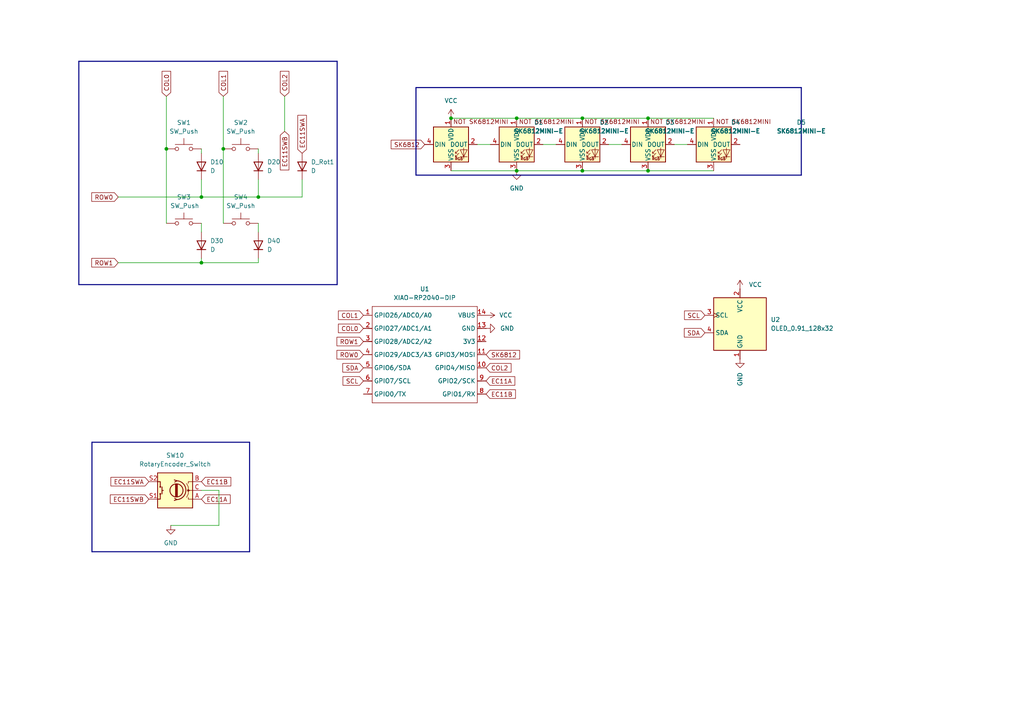
<source format=kicad_sch>
(kicad_sch (version 20250114) (generator "eeschema") (generator_version "9.0")
  (paper "A4")
  (lib_symbols
    (symbol "Device:D" (pin_numbers (hide yes)) (pin_names (offset 1.016) (hide yes))
      (property "Reference" "D" (at 0 2.54 0))
      (property "Value" "D" (at 0 -2.54 0))
      (symbol "D_0_1"
        (polyline (pts (xy -1.27 1.27) (xy -1.27 -1.27)) (stroke (width 0.254)))
        (polyline (pts (xy 1.27 1.27) (xy 1.27 -1.27) (xy -1.27 0) (xy 1.27 1.27)) (stroke (width 0.254)))
        (polyline (pts (xy 1.27 0) (xy -1.27 0)))
      )
      (symbol "D_1_1"
        (pin passive line (at -3.81 0 0) (length 2.54) (name "K") (number "1"))
        (pin passive line (at 3.81 0 180) (length 2.54) (name "A") (number "2"))
      )
    )
    (symbol "Device:RotaryEncoder_Switch" (pin_names (offset 0.254) (hide yes))
      (property "Reference" "SW" (at 0 6.604 0))
      (property "Value" "RotaryEncoder_Switch" (at 0 -6.604 0))
      (symbol "RotaryEncoder_Switch_0_1"
        (rectangle (start -5.08 5.08) (end 5.08 -5.08) (stroke (width 0.254)) (fill (type background)))
        (polyline (pts (xy -5.08 2.54) (xy -3.81 2.54) (xy -3.81 2.032)))
        (polyline (pts (xy -5.08 0) (xy -3.81 0) (xy -3.81 -1.016) (xy -3.302 -2.032)))
        (polyline (pts (xy -5.08 -2.54) (xy -3.81 -2.54) (xy -3.81 -2.032)))
        (polyline (pts (xy -4.318 0) (xy -3.81 0) (xy -3.81 1.016) (xy -3.302 2.032)))
        (circle (center -3.81 0) (radius 0.254) (fill (type outline)))
        (polyline (pts (xy -0.635 -1.778) (xy -0.635 1.778)) (stroke (width 0.254)))
        (circle (center -0.381 0) (radius 1.905) (stroke (width 0.254)))
        (polyline (pts (xy -0.381 -1.778) (xy -0.381 1.778)) (stroke (width 0.254)))
        (arc (start -0.381 -2.794) (mid -3.0988 -0.0635) (end -0.381 2.667) (stroke (width 0.254)))
        (polyline (pts (xy -0.127 1.778) (xy -0.127 -1.778)) (stroke (width 0.254)))
        (polyline (pts (xy 0.254 2.921) (xy -0.508 2.667) (xy 0.127 2.286)) (stroke (width 0.254)))
        (polyline (pts (xy 0.254 -3.048) (xy -0.508 -2.794) (xy 0.127 -2.413)) (stroke (width 0.254)))
        (polyline (pts (xy 3.81 1.016) (xy 3.81 -1.016)) (stroke (width 0.254)))
        (polyline (pts (xy 3.81 0) (xy 3.429 0)) (stroke (width 0.254)))
        (circle (center 4.318 1.016) (radius 0.127) (stroke (width 0.254)))
        (circle (center 4.318 -1.016) (radius 0.127) (stroke (width 0.254)))
        (polyline (pts (xy 5.08 2.54) (xy 4.318 2.54) (xy 4.318 1.016)) (stroke (width 0.254)))
        (polyline (pts (xy 5.08 -2.54) (xy 4.318 -2.54) (xy 4.318 -1.016)) (stroke (width 0.254)))
      )
      (symbol "RotaryEncoder_Switch_1_1"
        (pin passive line (at -7.62 2.54 0) (length 2.54) (name "A") (number "A"))
        (pin passive line (at -7.62 0 0) (length 2.54) (name "C") (number "C"))
        (pin passive line (at -7.62 -2.54 0) (length 2.54) (name "B") (number "B"))
        (pin passive line (at 7.62 2.54 180) (length 2.54) (name "S1") (number "S1"))
        (pin passive line (at 7.62 -2.54 180) (length 2.54) (name "S2") (number "S2"))
      )
    )
    (symbol "Hackclub Symbols:OLED_0.91_128x32"
      (property "Reference" "U" (at 0 0 0))
      (property "Value" "OLED_0.91_128x32" (at 14.224 -10.668 0))
      (symbol "OLED_0.91_128x32_1_1"
        (rectangle (start -7.62 7.62) (end 7.62 -7.62) (stroke (width 0.254)) (fill (type background)))
        (pin input clock (at -10.16 2.54 0) (length 2.54) (name "SCL") (number "3"))
        (pin bidirectional line (at -10.16 -2.54 0) (length 2.54) (name "SDA") (number "4"))
        (pin power_in line (at 0 10.16 270) (length 2.54) (name "VCC") (number "2"))
        (pin power_in line (at 0 -10.16 90) (length 2.54) (name "GND") (number "1"))
      )
    )
    (symbol "Hackclub Symbols:SK6812MINI-E" (pin_names (offset 0.254))
      (property "Reference" "D" (at -3.556 5.842 0))
      (property "Value" "SK6812MINI-E" (at 1.27 -5.715 0))
      (symbol "SK6812MINI-E_0_0"
        (text "RGB" (at 2.286 -4.191 0) (effects (font (size 0.762 0.762))))
      )
      (symbol "SK6812MINI-E_0_1"
        (rectangle (start -5.08 5.08) (end 5.08 -5.08) (stroke (width 0.254)) (fill (type background)))
        (polyline (pts (xy 1.27 -2.54) (xy 1.778 -2.54)))
        (polyline (pts (xy 1.27 -3.556) (xy 1.778 -3.556)))
        (polyline (pts (xy 2.286 -1.524) (xy 1.27 -2.54) (xy 1.27 -2.032)))
        (polyline (pts (xy 2.286 -2.54) (xy 1.27 -3.556) (xy 1.27 -3.048)))
        (polyline (pts (xy 3.683 -1.016) (xy 3.683 -3.556) (xy 3.683 -4.064)))
        (polyline (pts (xy 4.699 -1.524) (xy 2.667 -1.524) (xy 3.683 -3.556) (xy 4.699 -1.524)))
        (polyline (pts (xy 4.699 -3.556) (xy 2.667 -3.556)))
      )
      (symbol "SK6812MINI-E_1_1"
        (text "NOT SK6812MINI" (at 8.636 6.604 0) (effects (font (size 1.27 1.27))))
        (pin input line (at -7.62 0 0) (length 2.54) (name "DIN") (number "4"))
        (pin power_in line (at 0 7.62 270) (length 2.54) (name "VDD") (number "1"))
        (pin power_in line (at 0 -7.62 90) (length 2.54) (name "VSS") (number "3"))
        (pin output line (at 7.62 0 180) (length 2.54) (name "DOUT") (number "2"))
      )
    )
    (symbol "Seeed_Studio_XIAO_Series:XIAO-RP2040-DIP"
      (property "Reference" "U" (at 0 0 0))
      (property "Value" "XIAO-RP2040-DIP" (at 5.334 -1.778 0))
      (symbol "XIAO-RP2040-DIP_1_0"
        (polyline (pts (xy -1.27 -2.54) (xy 29.21 -2.54)) (stroke (width 0.1524)))
        (polyline (pts (xy -1.27 -5.08) (xy -2.54 -5.08)) (stroke (width 0.1524)))
        (polyline (pts (xy -1.27 -5.08) (xy -1.27 -2.54)) (stroke (width 0.1524)))
        (polyline (pts (xy -1.27 -8.89) (xy -2.54 -8.89)) (stroke (width 0.1524)))
        (polyline (pts (xy -1.27 -8.89) (xy -1.27 -5.08)) (stroke (width 0.1524)))
        (polyline (pts (xy -1.27 -12.7) (xy -2.54 -12.7)) (stroke (width 0.1524)))
        (polyline (pts (xy -1.27 -12.7) (xy -1.27 -8.89)) (stroke (width 0.1524)))
        (polyline (pts (xy -1.27 -16.51) (xy -2.54 -16.51)) (stroke (width 0.1524)))
        (polyline (pts (xy -1.27 -16.51) (xy -1.27 -12.7)) (stroke (width 0.1524)))
        (polyline (pts (xy -1.27 -20.32) (xy -2.54 -20.32)) (stroke (width 0.1524)))
        (polyline (pts (xy -1.27 -24.13) (xy -2.54 -24.13)) (stroke (width 0.1524)))
        (polyline (pts (xy -1.27 -27.94) (xy -2.54 -27.94)) (stroke (width 0.1524)))
        (polyline (pts (xy -1.27 -30.48) (xy -1.27 -16.51)) (stroke (width 0.1524)))
        (polyline (pts (xy 29.21 -2.54) (xy 29.21 -5.08)) (stroke (width 0.1524)))
        (polyline (pts (xy 29.21 -5.08) (xy 29.21 -8.89)) (stroke (width 0.1524)))
        (polyline (pts (xy 29.21 -8.89) (xy 29.21 -12.7)) (stroke (width 0.1524)))
        (polyline (pts (xy 29.21 -12.7) (xy 29.21 -30.48)) (stroke (width 0.1524)))
        (polyline (pts (xy 29.21 -30.48) (xy -1.27 -30.48)) (stroke (width 0.1524)))
        (polyline (pts (xy 30.48 -5.08) (xy 29.21 -5.08)) (stroke (width 0.1524)))
        (polyline (pts (xy 30.48 -8.89) (xy 29.21 -8.89)) (stroke (width 0.1524)))
        (polyline (pts (xy 30.48 -12.7) (xy 29.21 -12.7)) (stroke (width 0.1524)))
        (polyline (pts (xy 30.48 -16.51) (xy 29.21 -16.51)) (stroke (width 0.1524)))
        (polyline (pts (xy 30.48 -20.32) (xy 29.21 -20.32)) (stroke (width 0.1524)))
        (polyline (pts (xy 30.48 -24.13) (xy 29.21 -24.13)) (stroke (width 0.1524)))
        (polyline (pts (xy 30.48 -27.94) (xy 29.21 -27.94)) (stroke (width 0.1524)))
        (pin passive line (at -3.81 -5.08 0) (length 2.54) (name "GPIO26/ADC0/A0") (number "1"))
        (pin passive line (at -3.81 -8.89 0) (length 2.54) (name "GPIO27/ADC1/A1") (number "2"))
        (pin passive line (at -3.81 -12.7 0) (length 2.54) (name "GPIO28/ADC2/A2") (number "3"))
        (pin passive line (at -3.81 -16.51 0) (length 2.54) (name "GPIO29/ADC3/A3") (number "4"))
        (pin passive line (at -3.81 -20.32 0) (length 2.54) (name "GPIO6/SDA") (number "5"))
        (pin passive line (at -3.81 -24.13 0) (length 2.54) (name "GPIO7/SCL") (number "6"))
        (pin passive line (at -3.81 -27.94 0) (length 2.54) (name "GPIO0/TX") (number "7"))
        (pin passive line (at 31.75 -5.08 180) (length 2.54) (name "VBUS") (number "14"))
        (pin passive line (at 31.75 -8.89 180) (length 2.54) (name "GND") (number "13"))
        (pin passive line (at 31.75 -12.7 180) (length 2.54) (name "3V3") (number "12"))
        (pin passive line (at 31.75 -16.51 180) (length 2.54) (name "GPIO3/MOSI") (number "11"))
        (pin passive line (at 31.75 -20.32 180) (length 2.54) (name "GPIO4/MISO") (number "10"))
        (pin passive line (at 31.75 -24.13 180) (length 2.54) (name "GPIO2/SCK") (number "9"))
        (pin passive line (at 31.75 -27.94 180) (length 2.54) (name "GPIO1/RX") (number "8"))
      )
    )
    (symbol "Switch:SW_Push" (pin_numbers (hide yes)) (pin_names (offset 1.016) (hide yes))
      (property "Reference" "SW" (at 1.27 2.54 0))
      (property "Value" "SW_Push" (at 0 -1.524 0))
      (symbol "SW_Push_0_1"
        (circle (center -2.032 0) (radius 0.508))
        (polyline (pts (xy 0 1.27) (xy 0 3.048)))
        (circle (center 2.032 0) (radius 0.508))
        (polyline (pts (xy 2.54 1.27) (xy -2.54 1.27)))
        (pin passive line (at -5.08 0 0) (length 2.54) (name "1") (number "1"))
        (pin passive line (at 5.08 0 180) (length 2.54) (name "2") (number "2"))
      )
    )
    (symbol "power:GND" (power) (pin_numbers (hide yes)) (pin_names (offset 0) (hide yes))
      (property "Value" "GND" (at 0 -3.81 0))
      (symbol "GND_0_1"
        (polyline (pts (xy 0 0) (xy 0 -1.27) (xy 1.27 -1.27) (xy 0 -2.54) (xy -1.27 -1.27) (xy 0 -1.27)))
      )
      (symbol "GND_1_1"
        (pin power_in line (at 0 0 270) (length 0) (name "~") (number "1"))
      )
    )
    (symbol "power:VCC" (power) (pin_numbers (hide yes)) (pin_names (offset 0) (hide yes))
      (property "Value" "VCC" (at 0 3.556 0))
      (symbol "VCC_0_1"
        (polyline (pts (xy -0.762 1.27) (xy 0 2.54)))
        (polyline (pts (xy 0 2.54) (xy 0.762 1.27)))
        (polyline (pts (xy 0 0) (xy 0 2.54)))
      )
      (symbol "VCC_1_1"
        (pin power_in line (at 0 0 90) (length 0) (name "~") (number "1"))
      )
    )
  )
  (junction (at 130.81 34.29))
  (junction (at 168.91 34.29))
  (junction (at 149.86 49.53))
  (junction (at 58.42 57.15))
  (junction (at 168.91 49.53))
  (junction (at 187.96 49.53))
  (junction (at 74.93 57.15))
  (junction (at 48.26 43.18))
  (junction (at 149.86 34.29))
  (junction (at 64.77 43.18))
  (junction (at 187.96 34.29))
  (junction (at 58.42 76.2))
  (wire (pts (xy 87.63 52.07) (xy 87.63 57.15)))
  (wire (pts (xy 63.5 142.24) (xy 63.5 152.4)))
  (bus (pts (xy 72.39 128.27) (xy 26.67 128.27)))
  (wire (pts (xy 48.26 43.18) (xy 48.26 64.77)))
  (wire (pts (xy 187.96 34.29) (xy 207.01 34.29)))
  (wire (pts (xy 58.42 52.07) (xy 58.42 57.15)))
  (bus (pts (xy 120.65 50.8) (xy 232.41 50.8)))
  (bus (pts (xy 26.67 128.27) (xy 26.67 160.02)))
  (wire (pts (xy 58.42 44.45) (xy 58.42 43.18)))
  (wire (pts (xy 168.91 34.29) (xy 187.96 34.29)))
  (wire (pts (xy 74.93 76.2) (xy 74.93 74.93)))
  (wire (pts (xy 149.86 49.53) (xy 168.91 49.53)))
  (wire (pts (xy 34.29 76.2) (xy 58.42 76.2)))
  (wire (pts (xy 64.77 43.18) (xy 64.77 64.77)))
  (wire (pts (xy 130.81 34.29) (xy 149.86 34.29)))
  (wire (pts (xy 58.42 67.31) (xy 58.42 64.77)))
  (wire (pts (xy 74.93 43.18) (xy 74.93 44.45)))
  (wire (pts (xy 48.26 27.94) (xy 48.26 43.18)))
  (wire (pts (xy 138.43 41.91) (xy 142.24 41.91)))
  (wire (pts (xy 157.48 41.91) (xy 161.29 41.91)))
  (bus (pts (xy 22.86 17.78) (xy 22.86 82.55)))
  (wire (pts (xy 63.5 142.24) (xy 58.42 142.24)))
  (wire (pts (xy 74.93 64.77) (xy 74.93 67.31)))
  (wire (pts (xy 176.53 41.91) (xy 180.34 41.91)))
  (bus (pts (xy 22.86 17.78) (xy 97.79 17.78)))
  (bus (pts (xy 232.41 50.8) (xy 232.41 25.4)))
  (wire (pts (xy 58.42 57.15) (xy 74.93 57.15)))
  (wire (pts (xy 187.96 49.53) (xy 207.01 49.53)))
  (wire (pts (xy 168.91 49.53) (xy 187.96 49.53)))
  (wire (pts (xy 130.81 49.53) (xy 149.86 49.53)))
  (bus (pts (xy 26.67 160.02) (xy 72.39 160.02)))
  (wire (pts (xy 87.63 57.15) (xy 74.93 57.15)))
  (wire (pts (xy 49.53 152.4) (xy 63.5 152.4)))
  (wire (pts (xy 195.58 41.91) (xy 199.39 41.91)))
  (wire (pts (xy 64.77 27.94) (xy 64.77 43.18)))
  (bus (pts (xy 97.79 82.55) (xy 97.79 17.78)))
  (wire (pts (xy 58.42 76.2) (xy 74.93 76.2)))
  (bus (pts (xy 120.65 25.4) (xy 120.65 50.8)))
  (wire (pts (xy 58.42 74.93) (xy 58.42 76.2)))
  (wire (pts (xy 34.29 57.15) (xy 58.42 57.15)))
  (wire (pts (xy 74.93 52.07) (xy 74.93 57.15)))
  (bus (pts (xy 72.39 128.27) (xy 72.39 160.02)))
  (bus (pts (xy 232.41 25.4) (xy 120.65 25.4)))
  (wire (pts (xy 82.55 27.94) (xy 82.55 38.1)))
  (bus (pts (xy 22.86 82.55) (xy 97.79 82.55)))
  (wire (pts (xy 149.86 34.29) (xy 168.91 34.29)))
  (global_label "EC11B" (shape input) (at 140.97 114.3 0) (property "Intersheetrefs" "${INTERSHEET_REFS}" (effects (hide yes))))
  (global_label "SK6812" (shape input) (at 140.97 102.87 0) (property "Intersheetrefs" "${INTERSHEET_REFS}" (effects (hide yes))))
  (global_label "ROW0" (shape input) (at 34.29 57.15 180) (property "Intersheetrefs" "${INTERSHEET_REFS}" (effects (hide yes))))
  (global_label "COL2" (shape input) (at 140.97 106.68 0) (property "Intersheetrefs" "${INTERSHEET_REFS}" (effects (hide yes))))
  (global_label "COL2" (shape input) (at 82.55 27.94 90) (property "Intersheetrefs" "${INTERSHEET_REFS}" (effects (hide yes))))
  (global_label "COL0" (shape input) (at 48.26 27.94 90) (property "Intersheetrefs" "${INTERSHEET_REFS}" (effects (hide yes))))
  (global_label "SK6812" (shape input) (at 123.19 41.91 180) (property "Intersheetrefs" "${INTERSHEET_REFS}" (effects (hide yes))))
  (global_label "COL0" (shape input) (at 105.41 95.25 180) (property "Intersheetrefs" "${INTERSHEET_REFS}" (effects (hide yes))))
  (global_label "EC11SWA" (shape input) (at 43.18 139.7 180) (property "Intersheetrefs" "${INTERSHEET_REFS}" (effects (hide yes))))
  (global_label "SCL" (shape input) (at 204.47 91.44 180) (property "Intersheetrefs" "${INTERSHEET_REFS}" (effects (hide yes))))
  (global_label "EC11B" (shape input) (at 58.42 139.7 0) (property "Intersheetrefs" "${INTERSHEET_REFS}" (effects (hide yes))))
  (global_label "COL1" (shape input) (at 105.41 91.44 180) (property "Intersheetrefs" "${INTERSHEET_REFS}" (effects (hide yes))))
  (global_label "EC11A" (shape input) (at 140.97 110.49 0) (property "Intersheetrefs" "${INTERSHEET_REFS}" (effects (hide yes))))
  (global_label "ROW1" (shape input) (at 34.29 76.2 180) (property "Intersheetrefs" "${INTERSHEET_REFS}" (effects (hide yes))))
  (global_label "COL1" (shape input) (at 64.77 27.94 90) (property "Intersheetrefs" "${INTERSHEET_REFS}" (effects (hide yes))))
  (global_label "EC11A" (shape input) (at 58.42 144.78 0) (property "Intersheetrefs" "${INTERSHEET_REFS}" (effects (hide yes))))
  (global_label "EC11SWA" (shape input) (at 87.63 44.45 90) (property "Intersheetrefs" "${INTERSHEET_REFS}" (effects (hide yes))))
  (global_label "EC11SWB" (shape input) (at 43.18 144.78 180) (property "Intersheetrefs" "${INTERSHEET_REFS}" (effects (hide yes))))
  (global_label "ROW0" (shape input) (at 105.41 102.87 180) (property "Intersheetrefs" "${INTERSHEET_REFS}" (effects (hide yes))))
  (global_label "EC11SWB" (shape input) (at 82.55 38.1 270) (property "Intersheetrefs" "${INTERSHEET_REFS}" (effects (hide yes))))
  (global_label "SCL" (shape input) (at 105.41 110.49 180) (property "Intersheetrefs" "${INTERSHEET_REFS}" (effects (hide yes))))
  (global_label "SDA" (shape input) (at 204.47 96.52 180) (property "Intersheetrefs" "${INTERSHEET_REFS}" (effects (hide yes))))
  (global_label "SDA" (shape input) (at 105.41 106.68 180) (property "Intersheetrefs" "${INTERSHEET_REFS}" (effects (hide yes))))
  (global_label "ROW1" (shape input) (at 105.41 99.06 180) (property "Intersheetrefs" "${INTERSHEET_REFS}" (effects (hide yes))))
  (symbol (lib_id "power:GND") (at 49.53 152.4 0) (unit 1)
    (property "Reference" "#PWR07" (effects (hide yes)))
    (property "Value" "GND" (at 49.53 157.48 0))
    (property "Description" "Power symbol creates a global label with name \"GND\" , ground" (effects (hide yes)))
  )
  (symbol (lib_id "power:VCC") (at 214.63 83.82 0) (unit 1)
    (property "Reference" "#PWR01" (effects (hide yes)))
    (property "Value" "VCC" (at 217.17 82.5499 0) (effects (justify left)))
    (property "Description" "Power symbol creates a global label with name \"VCC\"" (effects (hide yes)))
  )
  (symbol (lib_id "Switch:SW_Push") (at 53.34 43.18 0) (unit 1)
    (property "Reference" "SW1" (at 53.34 35.56 0))
    (property "Value" "SW_Push" (at 53.34 38.1 0))
    (property "Footprint" "Button_Switch_Keyboard:SW_Cherry_MX_1.00u_PCB" (effects (hide yes)))
    (property "Description" "Push button switch, generic, two pins" (effects (hide yes)))
  )
  (symbol (lib_id "power:VCC") (at 130.81 34.29 0) (unit 1)
    (property "Reference" "#PWR05" (effects (hide yes)))
    (property "Value" "VCC" (at 130.81 29.21 0))
    (property "Description" "Power symbol creates a global label with name \"VCC\"" (effects (hide yes)))
  )
  (symbol (lib_id "Switch:SW_Push") (at 69.85 43.18 0) (unit 1)
    (property "Reference" "SW2" (at 69.85 35.56 0))
    (property "Value" "SW_Push" (at 69.85 38.1 0))
    (property "Footprint" "Button_Switch_Keyboard:SW_Cherry_MX_1.00u_PCB" (effects (hide yes)))
    (property "Description" "Push button switch, generic, two pins" (effects (hide yes)))
  )
  (symbol (lib_id "Device:D") (at 58.42 48.26 90) (unit 1)
    (property "Reference" "D10" (at 60.96 46.9899 90) (effects (justify right)))
    (property "Value" "D" (at 60.96 49.5299 90) (effects (justify right)))
    (property "Footprint" "Diode_THT:D_DO-35_SOD27_P7.62mm_Horizontal" (effects (hide yes)))
    (property "Description" "Diode" (effects (hide yes)))
    (property "Sim.Device" "D" (effects (hide yes)))
    (property "Sim.Pins" "1=K 2=A" (effects (hide yes)))
  )
  (symbol (lib_id "Switch:SW_Push") (at 53.34 64.77 0) (unit 1)
    (property "Reference" "SW3" (at 53.34 57.15 0))
    (property "Value" "SW_Push" (at 53.594 59.69 0))
    (property "Footprint" "Button_Switch_Keyboard:SW_Cherry_MX_1.00u_PCB" (effects (hide yes)))
    (property "Description" "Push button switch, generic, two pins" (effects (hide yes)))
  )
  (symbol (lib_id "Hackclub Symbols:SK6812MINI-E") (at 130.81 41.91 0) (unit 1)
    (property "Reference" "D1" (at 156.21 35.4898 0))
    (property "Value" "SK6812MINI-E" (at 156.21 38.0299 0) (effects (font (thickness 0.254) (bold yes))))
    (property "Footprint" "Hackclub Footprints:MX_SK6812MINI-E_REV" (effects (hide yes)))
    (property "Datasheet" "https://cdn-shop.adafruit.com/product-files/4960/4960_SK6812MINI-E_REV02_EN.pdf" (effects (hide yes)))
    (property "Description" "RGB LED with integrated controller" (effects (hide yes)))
  )
  (symbol (lib_id "Hackclub Symbols:OLED_0.91_128x32") (at 214.63 93.98 0) (unit 1)
    (property "Reference" "U2" (at 223.52 92.7099 0) (effects (justify left)))
    (property "Value" "OLED_0.91_128x32" (at 223.52 95.2499 0) (effects (justify left)))
    (property "Footprint" "Hackclub Footprints:OLED_0.91_128x32" (effects (hide yes)))
    (property "Datasheet" "https://www.buydisplay.com/download/manual/ER-OLEDM0.91-1_Datasheet.pdf" (effects (hide yes)))
    (property "Description" "SSD1306 OLED module, 0.91 inch, 128x32, I2C" (effects (hide yes)))
  )
  (symbol (lib_id "Device:D") (at 87.63 48.26 90) (unit 1)
    (property "Reference" "D_Rot1" (at 90.17 46.9899 90) (effects (justify right)))
    (property "Value" "D" (at 90.17 49.5299 90) (effects (justify right)))
    (property "Footprint" "Diode_THT:D_DO-35_SOD27_P7.62mm_Horizontal" (effects (hide yes)))
    (property "Description" "Diode" (effects (hide yes)))
    (property "Sim.Device" "D" (effects (hide yes)))
    (property "Sim.Pins" "1=K 2=A" (effects (hide yes)))
  )
  (symbol (lib_id "Device:D") (at 74.93 71.12 90) (unit 1)
    (property "Reference" "D40" (at 77.47 69.8499 90) (effects (justify right)))
    (property "Value" "D" (at 77.47 72.3899 90) (effects (justify right)))
    (property "Footprint" "Diode_THT:D_DO-35_SOD27_P7.62mm_Horizontal" (effects (hide yes)))
    (property "Description" "Diode" (effects (hide yes)))
    (property "Sim.Device" "D" (effects (hide yes)))
    (property "Sim.Pins" "1=K 2=A" (effects (hide yes)))
  )
  (symbol (lib_id "Device:D") (at 74.93 48.26 90) (unit 1)
    (property "Reference" "D20" (at 77.47 46.9899 90) (effects (justify right)))
    (property "Value" "D" (at 77.47 49.5299 90) (effects (justify right)))
    (property "Footprint" "Diode_THT:D_DO-35_SOD27_P7.62mm_Horizontal" (effects (hide yes)))
    (property "Description" "Diode" (effects (hide yes)))
    (property "Sim.Device" "D" (effects (hide yes)))
    (property "Sim.Pins" "1=K 2=A" (effects (hide yes)))
  )
  (symbol (lib_id "Hackclub Symbols:SK6812MINI-E") (at 187.96 41.91 0) (unit 1)
    (property "Reference" "D4" (at 213.36 35.4898 0))
    (property "Value" "SK6812MINI-E" (at 213.36 38.0299 0) (effects (font (thickness 0.254) (bold yes))))
    (property "Footprint" "Hackclub Footprints:MX_SK6812MINI-E_REV" (effects (hide yes)))
    (property "Datasheet" "https://cdn-shop.adafruit.com/product-files/4960/4960_SK6812MINI-E_REV02_EN.pdf" (effects (hide yes)))
    (property "Description" "RGB LED with integrated controller" (effects (hide yes)))
  )
  (symbol (lib_id "Hackclub Symbols:SK6812MINI-E") (at 207.01 41.91 0) (unit 1)
    (property "Reference" "D5" (at 232.41 35.4898 0))
    (property "Value" "SK6812MINI-E" (at 232.41 38.0299 0) (effects (font (thickness 0.254) (bold yes))))
    (property "Footprint" "Hackclub Footprints:MX_SK6812MINI-E_REV" (effects (hide yes)))
    (property "Datasheet" "https://cdn-shop.adafruit.com/product-files/4960/4960_SK6812MINI-E_REV02_EN.pdf" (effects (hide yes)))
    (property "Description" "RGB LED with integrated controller" (effects (hide yes)))
  )
  (symbol (lib_id "power:GND") (at 149.86 49.53 0) (unit 1)
    (property "Reference" "#PWR04" (effects (hide yes)))
    (property "Value" "GND" (at 149.86 54.61 0))
    (property "Description" "Power symbol creates a global label with name \"GND\" , ground" (effects (hide yes)))
  )
  (symbol (lib_id "Hackclub Symbols:SK6812MINI-E") (at 168.91 41.91 0) (unit 1)
    (property "Reference" "D3" (at 194.31 35.4898 0))
    (property "Value" "SK6812MINI-E" (at 194.31 38.0299 0) (effects (font (thickness 0.254) (bold yes))))
    (property "Footprint" "Hackclub Footprints:MX_SK6812MINI-E_REV" (effects (hide yes)))
    (property "Datasheet" "https://cdn-shop.adafruit.com/product-files/4960/4960_SK6812MINI-E_REV02_EN.pdf" (effects (hide yes)))
    (property "Description" "RGB LED with integrated controller" (effects (hide yes)))
  )
  (symbol (lib_id "Device:RotaryEncoder_Switch") (at 50.8 142.24 180) (unit 1)
    (property "Reference" "SW10" (at 50.8 132.08 0))
    (property "Value" "RotaryEncoder_Switch" (at 50.8 134.62 0))
    (property "Footprint" "Rotary_Encoder:RotaryEncoder_Alps_EC11E-Switch_Vertical_H20mm" (effects (hide yes)))
    (property "Description" "Rotary encoder, dual channel, incremental quadrate outputs, with switch" (effects (hide yes)))
  )
  (symbol (lib_id "power:GND") (at 140.97 95.25 90) (unit 1)
    (property "Reference" "#PWR02" (effects (hide yes)))
    (property "Value" "GND" (at 145.034 95.25 90) (effects (justify right)))
    (property "Description" "Power symbol creates a global label with name \"GND\" , ground" (effects (hide yes)))
  )
  (symbol (lib_id "power:VCC") (at 140.97 91.44 270) (unit 1)
    (property "Reference" "#PWR03" (effects (hide yes)))
    (property "Value" "VCC" (at 144.78 91.4399 90) (effects (justify left)))
    (property "Description" "Power symbol creates a global label with name \"VCC\"" (effects (hide yes)))
  )
  (symbol (lib_id "Switch:SW_Push") (at 69.85 64.77 0) (unit 1)
    (property "Reference" "SW4" (at 69.85 57.15 0))
    (property "Value" "SW_Push" (at 69.85 59.69 0))
    (property "Footprint" "Button_Switch_Keyboard:SW_Cherry_MX_1.00u_PCB" (effects (hide yes)))
    (property "Description" "Push button switch, generic, two pins" (effects (hide yes)))
  )
  (symbol (lib_id "power:GND") (at 214.63 104.14 0) (unit 1)
    (property "Reference" "#PWR06" (effects (hide yes)))
    (property "Value" "GND" (at 214.6299 107.95 90) (effects (justify right)))
    (property "Description" "Power symbol creates a global label with name \"GND\" , ground" (effects (hide yes)))
  )
  (symbol (lib_id "Seeed_Studio_XIAO_Series:XIAO-RP2040-DIP") (at 109.22 86.36 0) (unit 1)
    (property "Reference" "U1" (at 123.19 83.82 0))
    (property "Value" "XIAO-RP2040-DIP" (at 123.19 86.36 0))
    (property "Footprint" "Seeed Studio XIAO Series Library:XIAO-RP2040-DIP" (effects (hide yes)))
  )
  (symbol (lib_id "Hackclub Symbols:SK6812MINI-E") (at 149.86 41.91 0) (unit 1)
    (property "Reference" "D2" (at 175.26 35.4898 0))
    (property "Value" "SK6812MINI-E" (at 175.26 38.0299 0) (effects (font (thickness 0.254) (bold yes))))
    (property "Footprint" "Hackclub Footprints:MX_SK6812MINI-E_REV" (effects (hide yes)))
    (property "Datasheet" "https://cdn-shop.adafruit.com/product-files/4960/4960_SK6812MINI-E_REV02_EN.pdf" (effects (hide yes)))
    (property "Description" "RGB LED with integrated controller" (effects (hide yes)))
  )
  (symbol (lib_id "Device:D") (at 58.42 71.12 90) (unit 1)
    (property "Reference" "D30" (at 60.96 69.8499 90) (effects (justify right)))
    (property "Value" "D" (at 60.96 72.3899 90) (effects (justify right)))
    (property "Footprint" "Diode_THT:D_DO-35_SOD27_P7.62mm_Horizontal" (effects (hide yes)))
    (property "Description" "Diode" (effects (hide yes)))
    (property "Sim.Device" "D" (effects (hide yes)))
    (property "Sim.Pins" "1=K 2=A" (effects (hide yes)))
  )
)
</source>
